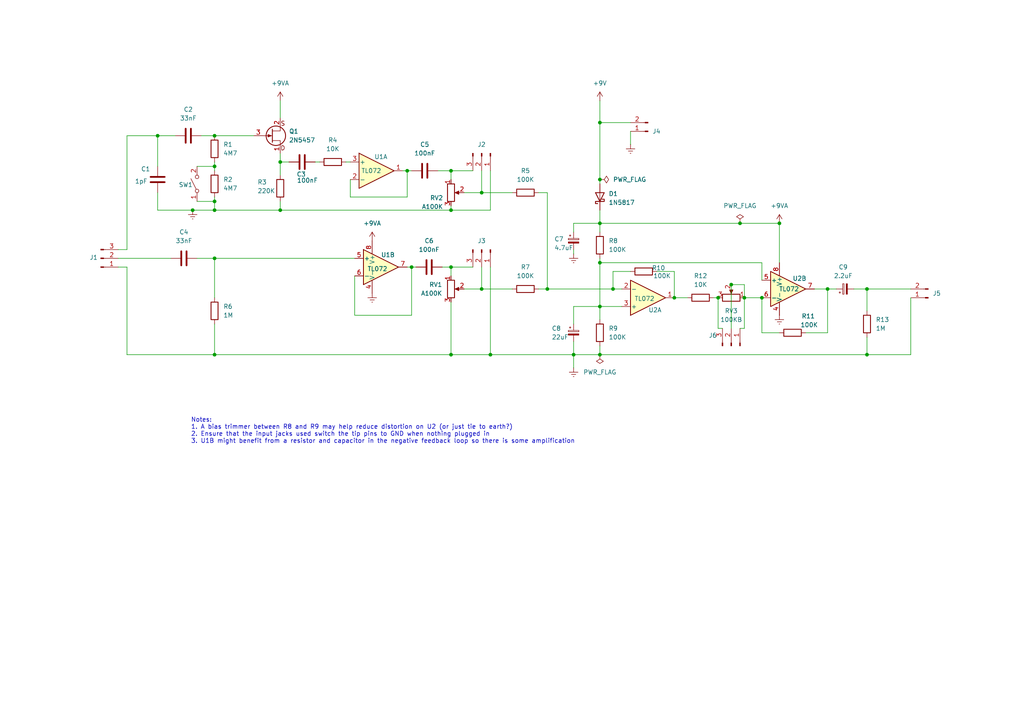
<source format=kicad_sch>
(kicad_sch (version 20250114) (generator "eeschema") (generator_version "9.0")
  (paper "A4")
  (title_block (title "GuitarMixer") (date "2025-09-08") (rev "V0.3") (company "Andrew Martin") (comment 1 "Initial build"))
  (lib_symbols
    (symbol "ACRM:2N5457" (pin_names (hide yes))
      (property "Reference" "Q" (at 5.08 1.905 0))
      (property "Value" "2N5457" (at 5.08 0 0))
      (symbol "2N5457_0_1"
        (polyline (pts (xy 0 0) (xy -1.016 0.381) (xy -1.016 -0.381) (xy 0 0)) (fill (type outline)))
        (polyline (pts (xy 0.254 1.905) (xy 0.254 -1.905)) (stroke (width 0.254)))
        (polyline (pts (xy 0.254 0) (xy -2.54 0)))
        (circle (center 1.27 0) (radius 2.8194) (stroke (width 0.254)))
        (polyline (pts (xy 2.54 2.54) (xy 2.54 1.397) (xy 0.254 1.397)))
        (polyline (pts (xy 2.54 -2.54) (xy 2.54 -1.397) (xy 0.254 -1.397)))
      )
      (symbol "2N5457_1_1"
        (text "S" (at 3.302 3.556 0) (effects (font (size 1.27 1.27))))
        (text "D" (at 3.302 -3.556 0) (effects (font (size 1.27 1.27))))
        (pin input line (at -5.08 0 0) (length 2.54) (name "G") (number "3"))
        (pin passive line (at 2.54 5.08 270) (length 2.54) (name "D") (number "2"))
        (pin passive line (at 2.54 -5.08 90) (length 2.54) (name "S") (number "1"))
      )
    )
    (symbol "Amplifier_Operational:TL072" (pin_names (offset 0.127))
      (property "Reference" "U" (at 0 5.08 0))
      (property "Value" "TL072" (at 0 -5.08 0))
      (symbol "TL072_1_1"
        (polyline (pts (xy -5.08 5.08) (xy 5.08 0) (xy -5.08 -5.08) (xy -5.08 5.08)) (stroke (width 0.254)) (fill (type background)))
        (pin input line (at -7.62 2.54 0) (length 2.54) (name "+") (number "3"))
        (pin input line (at -7.62 -2.54 0) (length 2.54) (name "-") (number "2"))
        (pin output line (at 7.62 0 180) (length 2.54) (name "~") (number "1"))
      )
      (symbol "TL072_2_1"
        (polyline (pts (xy -5.08 5.08) (xy 5.08 0) (xy -5.08 -5.08) (xy -5.08 5.08)) (stroke (width 0.254)) (fill (type background)))
        (pin input line (at -7.62 2.54 0) (length 2.54) (name "+") (number "5"))
        (pin input line (at -7.62 -2.54 0) (length 2.54) (name "-") (number "6"))
        (pin output line (at 7.62 0 180) (length 2.54) (name "~") (number "7"))
      )
      (symbol "TL072_3_1"
        (pin power_in line (at -2.54 7.62 270) (length 3.81) (name "V+") (number "8"))
        (pin power_in line (at -2.54 -7.62 90) (length 3.81) (name "V-") (number "4"))
      )
    )
    (symbol "Connector:Conn_01x02_Pin" (pin_names (offset 1.016) (hide yes))
      (property "Reference" "J" (at 0 2.54 0))
      (property "Value" "Conn_01x02_Pin" (at 0 -5.08 0))
      (symbol "Conn_01x02_Pin_1_1"
        (rectangle (start 0.8636 0.127) (end 0 -0.127) (stroke (width 0.1524)) (fill (type outline)))
        (rectangle (start 0.8636 -2.413) (end 0 -2.667) (stroke (width 0.1524)) (fill (type outline)))
        (polyline (pts (xy 1.27 0) (xy 0.8636 0)) (stroke (width 0.1524)))
        (polyline (pts (xy 1.27 -2.54) (xy 0.8636 -2.54)) (stroke (width 0.1524)))
        (pin passive line (at 5.08 0 180) (length 3.81) (name "Pin_1") (number "1"))
        (pin passive line (at 5.08 -2.54 180) (length 3.81) (name "Pin_2") (number "2"))
      )
    )
    (symbol "Connector:Conn_01x03_Pin" (pin_names (offset 1.016) (hide yes))
      (property "Reference" "J" (at 0 5.08 0))
      (property "Value" "Conn_01x03_Pin" (at 0 -5.08 0))
      (symbol "Conn_01x03_Pin_1_1"
        (rectangle (start 0.8636 2.667) (end 0 2.413) (stroke (width 0.1524)) (fill (type outline)))
        (rectangle (start 0.8636 0.127) (end 0 -0.127) (stroke (width 0.1524)) (fill (type outline)))
        (rectangle (start 0.8636 -2.413) (end 0 -2.667) (stroke (width 0.1524)) (fill (type outline)))
        (polyline (pts (xy 1.27 2.54) (xy 0.8636 2.54)) (stroke (width 0.1524)))
        (polyline (pts (xy 1.27 0) (xy 0.8636 0)) (stroke (width 0.1524)))
        (polyline (pts (xy 1.27 -2.54) (xy 0.8636 -2.54)) (stroke (width 0.1524)))
        (pin passive line (at 5.08 2.54 180) (length 3.81) (name "Pin_1") (number "1"))
        (pin passive line (at 5.08 0 180) (length 3.81) (name "Pin_2") (number "2"))
        (pin passive line (at 5.08 -2.54 180) (length 3.81) (name "Pin_3") (number "3"))
      )
    )
    (symbol "Device:C" (pin_numbers (hide yes)) (pin_names (offset 0.254))
      (property "Reference" "C" (at 0.635 2.54 0))
      (property "Value" "C" (at 0.635 -2.54 0))
      (symbol "C_0_1"
        (polyline (pts (xy -2.032 0.762) (xy 2.032 0.762)) (stroke (width 0.508)))
        (polyline (pts (xy -2.032 -0.762) (xy 2.032 -0.762)) (stroke (width 0.508)))
      )
      (symbol "C_1_1"
        (pin passive line (at 0 3.81 270) (length 2.794) (name "~") (number "1"))
        (pin passive line (at 0 -3.81 90) (length 2.794) (name "~") (number "2"))
      )
    )
    (symbol "Device:C_Polarized_Small" (pin_numbers (hide yes)) (pin_names (offset 0.254) (hide yes))
      (property "Reference" "C" (at 0.254 1.778 0))
      (property "Value" "C_Polarized_Small" (at 0.254 -2.032 0))
      (symbol "C_Polarized_Small_0_1"
        (rectangle (start -1.524 0.6858) (end 1.524 0.3048))
        (rectangle (start -1.524 -0.3048) (end 1.524 -0.6858) (fill (type outline)))
        (polyline (pts (xy -1.27 1.524) (xy -0.762 1.524)))
        (polyline (pts (xy -1.016 1.27) (xy -1.016 1.778)))
      )
      (symbol "C_Polarized_Small_1_1"
        (pin passive line (at 0 2.54 270) (length 1.8542) (name "~") (number "1"))
        (pin passive line (at 0 -2.54 90) (length 1.8542) (name "~") (number "2"))
      )
    )
    (symbol "Device:R" (pin_numbers (hide yes)) (pin_names (offset 0))
      (property "Reference" "R" (at 2.032 0 90))
      (property "Value" "R" (at 0 0 90))
      (symbol "R_0_1"
        (rectangle (start -1.016 -2.54) (end 1.016 2.54) (stroke (width 0.254)))
      )
      (symbol "R_1_1"
        (pin passive line (at 0 3.81 270) (length 1.27) (name "~") (number "1"))
        (pin passive line (at 0 -3.81 90) (length 1.27) (name "~") (number "2"))
      )
    )
    (symbol "Device:R_Potentiometer" (pin_names (offset 1.016) (hide yes))
      (property "Reference" "RV" (at -4.445 0 90))
      (property "Value" "R_Potentiometer" (at -2.54 0 90))
      (symbol "R_Potentiometer_0_1"
        (rectangle (start 1.016 2.54) (end -1.016 -2.54) (stroke (width 0.254)))
        (polyline (pts (xy 1.143 0) (xy 2.286 0.508) (xy 2.286 -0.508) (xy 1.143 0)) (fill (type outline)))
        (polyline (pts (xy 2.54 0) (xy 1.524 0)))
      )
      (symbol "R_Potentiometer_1_1"
        (pin passive line (at 0 3.81 270) (length 1.27) (name "1") (number "1"))
        (pin passive line (at 0 -3.81 90) (length 1.27) (name "3") (number "3"))
        (pin passive line (at 3.81 0 180) (length 1.27) (name "2") (number "2"))
      )
    )
    (symbol "Diode:1N5817" (pin_numbers (hide yes)) (pin_names (offset 1.016) (hide yes))
      (property "Reference" "D" (at 0 2.54 0))
      (property "Value" "1N5817" (at 0 -2.54 0))
      (symbol "1N5817_0_1"
        (polyline (pts (xy -1.905 0.635) (xy -1.905 1.27) (xy -1.27 1.27) (xy -1.27 -1.27) (xy -0.635 -1.27) (xy -0.635 -0.635)) (stroke (width 0.254)))
        (polyline (pts (xy 1.27 1.27) (xy 1.27 -1.27) (xy -1.27 0) (xy 1.27 1.27)) (stroke (width 0.254)))
        (polyline (pts (xy 1.27 0) (xy -1.27 0)))
      )
      (symbol "1N5817_1_1"
        (pin passive line (at -3.81 0 0) (length 2.54) (name "K") (number "1"))
        (pin passive line (at 3.81 0 180) (length 2.54) (name "A") (number "2"))
      )
    )
    (symbol "Switch:SW_SPST" (pin_names (offset 0) (hide yes))
      (property "Reference" "SW" (at 0 3.175 0))
      (property "Value" "SW_SPST" (at 0 -2.54 0))
      (symbol "SW_SPST_0_0"
        (circle (center -2.032 0) (radius 0.508))
        (polyline (pts (xy -1.524 0.254) (xy 1.524 1.778)))
        (circle (center 2.032 0) (radius 0.508))
      )
      (symbol "SW_SPST_1_1"
        (pin passive line (at -5.08 0 0) (length 2.54) (name "A") (number "1"))
        (pin passive line (at 5.08 0 180) (length 2.54) (name "B") (number "2"))
      )
    )
    (symbol "power:+9V" (power) (pin_numbers (hide yes)) (pin_names (offset 0) (hide yes))
      (property "Value" "+9V" (at 0 3.556 0))
      (symbol "+9V_0_1"
        (polyline (pts (xy -0.762 1.27) (xy 0 2.54)))
        (polyline (pts (xy 0 2.54) (xy 0.762 1.27)))
        (polyline (pts (xy 0 0) (xy 0 2.54)))
      )
      (symbol "+9V_1_1"
        (pin power_in line (at 0 0 90) (length 0) (name "~") (number "1"))
      )
    )
    (symbol "power:+9VA" (power) (pin_numbers (hide yes)) (pin_names (offset 0) (hide yes))
      (property "Value" "+9VA" (at 0 3.556 0))
      (symbol "+9VA_0_1"
        (polyline (pts (xy -0.762 1.27) (xy 0 2.54)))
        (polyline (pts (xy 0 2.54) (xy 0.762 1.27)))
        (polyline (pts (xy 0 0) (xy 0 2.54)))
      )
      (symbol "+9VA_1_1"
        (pin power_in line (at 0 0 90) (length 0) (name "~") (number "1"))
      )
    )
    (symbol "power:Earth" (power) (pin_numbers (hide yes)) (pin_names (offset 0) (hide yes))
      (property "Value" "Earth" (at 0 -3.81 0))
      (symbol "Earth_0_1"
        (polyline (pts (xy -0.635 -1.905) (xy 0.635 -1.905)))
        (polyline (pts (xy -0.127 -2.54) (xy 0.127 -2.54)))
        (polyline (pts (xy 0 -1.27) (xy 0 0)))
        (polyline (pts (xy 1.27 -1.27) (xy -1.27 -1.27)))
      )
      (symbol "Earth_1_1"
        (pin power_in line (at 0 0 270) (length 0) (name "~") (number "1"))
      )
    )
    (symbol "power:PWR_FLAG" (power) (pin_numbers (hide yes)) (pin_names (offset 0) (hide yes))
      (property "Value" "PWR_FLAG" (at 0 3.81 0))
      (symbol "PWR_FLAG_0_0"
        (pin power_out line (at 0 0 90) (length 0) (name "~") (number "1"))
      )
      (symbol "PWR_FLAG_0_1"
        (polyline (pts (xy 0 0) (xy 0 1.27) (xy -1.016 1.905) (xy 0 2.54) (xy 1.016 1.905) (xy 0 1.27)))
      )
    )
  )
  (text "Notes:\n1. A bias trimmer between R8 and R9 may help reduce distortion on U2 (or just tie to earth?)\n2. Ensure that the input jacks used switch the tip pins to GND when nothing plugged in\n3. U1B might benefit from a resistor and capacitor in the negative feedback loop so there is some amplification\n\n" (at 55.372 125.984 0) (effects (font (size 1.27 1.27)) (justify left)))
  (junction (at 214.63 64.77))
  (junction (at 226.06 64.77))
  (junction (at 173.99 52.07))
  (junction (at 139.7 55.88))
  (junction (at 62.23 48.26))
  (junction (at 212.09 82.55))
  (junction (at 173.99 102.87))
  (junction (at 119.38 77.47))
  (junction (at 173.99 64.77))
  (junction (at 195.58 86.36))
  (junction (at 251.46 83.82))
  (junction (at 130.81 60.96))
  (junction (at 62.23 39.37))
  (junction (at 173.99 88.9))
  (junction (at 158.75 83.82))
  (junction (at 62.23 102.87))
  (junction (at 45.72 39.37))
  (junction (at 139.7 83.82))
  (junction (at 208.28 86.36))
  (junction (at 220.98 86.36))
  (junction (at 118.11 49.53))
  (junction (at 166.37 102.87))
  (junction (at 130.81 49.53))
  (junction (at 240.03 83.82))
  (junction (at 130.81 77.47))
  (junction (at 81.28 46.99))
  (junction (at 215.9 86.36))
  (junction (at 142.24 102.87))
  (junction (at 62.23 60.96))
  (junction (at 173.99 76.2))
  (junction (at 130.81 102.87))
  (junction (at 62.23 74.93))
  (junction (at 55.88 60.96))
  (junction (at 251.46 102.87))
  (junction (at 173.99 35.56))
  (junction (at 177.8 83.82))
  (junction (at 81.28 60.96))
  (junction (at 62.23 58.42))
  (wire (pts (xy 215.9 86.36) (xy 220.98 86.36)))
  (wire (pts (xy 240.03 83.82) (xy 242.57 83.82)))
  (wire (pts (xy 190.5 78.74) (xy 195.58 78.74)))
  (wire (pts (xy 36.83 77.47) (xy 36.83 102.87)))
  (wire (pts (xy 62.23 58.42) (xy 62.23 60.96)))
  (wire (pts (xy 173.99 88.9) (xy 180.34 88.9)))
  (wire (pts (xy 166.37 102.87) (xy 173.99 102.87)))
  (wire (pts (xy 118.11 57.15) (xy 101.6 57.15)))
  (wire (pts (xy 226.06 64.77) (xy 226.06 76.2)))
  (wire (pts (xy 36.83 102.87) (xy 62.23 102.87)))
  (wire (pts (xy 220.98 86.36) (xy 220.98 96.52)))
  (wire (pts (xy 81.28 50.8) (xy 81.28 46.99)))
  (wire (pts (xy 81.28 60.96) (xy 81.28 58.42)))
  (wire (pts (xy 173.99 76.2) (xy 220.98 76.2)))
  (wire (pts (xy 158.75 55.88) (xy 158.75 83.82)))
  (wire (pts (xy 81.28 29.21) (xy 81.28 34.29)))
  (wire (pts (xy 251.46 83.82) (xy 264.16 83.82)))
  (wire (pts (xy 215.9 95.25) (xy 214.63 95.25)))
  (wire (pts (xy 62.23 93.98) (xy 62.23 102.87)))
  (wire (pts (xy 173.99 35.56) (xy 182.88 35.56)))
  (wire (pts (xy 240.03 96.52) (xy 233.68 96.52)))
  (wire (pts (xy 128.27 77.47) (xy 130.81 77.47)))
  (wire (pts (xy 158.75 83.82) (xy 177.8 83.82)))
  (wire (pts (xy 62.23 46.99) (xy 62.23 48.26)))
  (wire (pts (xy 62.23 60.96) (xy 81.28 60.96)))
  (wire (pts (xy 58.42 39.37) (xy 62.23 39.37)))
  (wire (pts (xy 34.29 77.47) (xy 36.83 77.47)))
  (wire (pts (xy 264.16 86.36) (xy 264.16 102.87)))
  (wire (pts (xy 173.99 35.56) (xy 173.99 52.07)))
  (wire (pts (xy 240.03 96.52) (xy 240.03 83.82)))
  (wire (pts (xy 127 49.53) (xy 130.81 49.53)))
  (wire (pts (xy 34.29 74.93) (xy 49.53 74.93)))
  (wire (pts (xy 57.15 48.26) (xy 62.23 48.26)))
  (wire (pts (xy 166.37 64.77) (xy 173.99 64.77)))
  (wire (pts (xy 62.23 102.87) (xy 130.81 102.87)))
  (wire (pts (xy 166.37 88.9) (xy 166.37 93.98)))
  (wire (pts (xy 208.28 95.25) (xy 209.55 95.25)))
  (wire (pts (xy 142.24 102.87) (xy 166.37 102.87)))
  (wire (pts (xy 130.81 77.47) (xy 130.81 80.01)))
  (wire (pts (xy 240.03 83.82) (xy 236.22 83.82)))
  (wire (pts (xy 130.81 49.53) (xy 130.81 52.07)))
  (wire (pts (xy 91.44 46.99) (xy 92.71 46.99)))
  (wire (pts (xy 173.99 76.2) (xy 173.99 74.93)))
  (wire (pts (xy 119.38 91.44) (xy 119.38 77.47)))
  (wire (pts (xy 173.99 102.87) (xy 251.46 102.87)))
  (wire (pts (xy 207.01 86.36) (xy 208.28 86.36)))
  (wire (pts (xy 166.37 99.06) (xy 166.37 102.87)))
  (wire (pts (xy 182.88 38.1) (xy 182.88 41.91)))
  (wire (pts (xy 62.23 86.36) (xy 62.23 74.93)))
  (wire (pts (xy 130.81 77.47) (xy 137.16 77.47)))
  (wire (pts (xy 55.88 60.96) (xy 62.23 60.96)))
  (wire (pts (xy 139.7 77.47) (xy 139.7 83.82)))
  (wire (pts (xy 173.99 88.9) (xy 173.99 92.71)))
  (wire (pts (xy 214.63 64.77) (xy 226.06 64.77)))
  (wire (pts (xy 130.81 87.63) (xy 130.81 102.87)))
  (wire (pts (xy 116.84 49.53) (xy 118.11 49.53)))
  (wire (pts (xy 62.23 57.15) (xy 62.23 58.42)))
  (wire (pts (xy 139.7 49.53) (xy 139.7 55.88)))
  (wire (pts (xy 142.24 77.47) (xy 142.24 102.87)))
  (wire (pts (xy 142.24 49.53) (xy 142.24 60.96)))
  (wire (pts (xy 220.98 76.2) (xy 220.98 81.28)))
  (wire (pts (xy 81.28 60.96) (xy 130.81 60.96)))
  (wire (pts (xy 195.58 78.74) (xy 195.58 86.36)))
  (wire (pts (xy 215.9 86.36) (xy 215.9 95.25)))
  (wire (pts (xy 208.28 86.36) (xy 208.28 95.25)))
  (wire (pts (xy 173.99 60.96) (xy 173.99 64.77)))
  (wire (pts (xy 102.87 80.01) (xy 102.87 91.44)))
  (wire (pts (xy 36.83 39.37) (xy 36.83 72.39)))
  (wire (pts (xy 62.23 74.93) (xy 102.87 74.93)))
  (wire (pts (xy 118.11 49.53) (xy 119.38 49.53)))
  (wire (pts (xy 173.99 29.21) (xy 173.99 35.56)))
  (wire (pts (xy 36.83 72.39) (xy 34.29 72.39)))
  (wire (pts (xy 134.62 83.82) (xy 139.7 83.82)))
  (wire (pts (xy 101.6 57.15) (xy 101.6 52.07)))
  (wire (pts (xy 212.09 82.55) (xy 212.09 95.25)))
  (wire (pts (xy 177.8 83.82) (xy 180.34 83.82)))
  (wire (pts (xy 166.37 102.87) (xy 166.37 106.68)))
  (wire (pts (xy 45.72 39.37) (xy 50.8 39.37)))
  (wire (pts (xy 173.99 53.34) (xy 173.99 52.07)))
  (wire (pts (xy 173.99 76.2) (xy 173.99 88.9)))
  (wire (pts (xy 166.37 88.9) (xy 173.99 88.9)))
  (wire (pts (xy 130.81 102.87) (xy 142.24 102.87)))
  (wire (pts (xy 45.72 39.37) (xy 45.72 48.26)))
  (wire (pts (xy 118.11 77.47) (xy 119.38 77.47)))
  (wire (pts (xy 212.09 82.55) (xy 215.9 82.55)))
  (wire (pts (xy 81.28 46.99) (xy 81.28 44.45)))
  (wire (pts (xy 264.16 102.87) (xy 251.46 102.87)))
  (wire (pts (xy 139.7 83.82) (xy 148.59 83.82)))
  (wire (pts (xy 173.99 64.77) (xy 214.63 64.77)))
  (wire (pts (xy 83.82 46.99) (xy 81.28 46.99)))
  (wire (pts (xy 62.23 39.37) (xy 73.66 39.37)))
  (wire (pts (xy 177.8 83.82) (xy 177.8 78.74)))
  (wire (pts (xy 130.81 49.53) (xy 137.16 49.53)))
  (wire (pts (xy 139.7 55.88) (xy 148.59 55.88)))
  (wire (pts (xy 158.75 55.88) (xy 156.21 55.88)))
  (wire (pts (xy 173.99 64.77) (xy 173.99 67.31)))
  (wire (pts (xy 166.37 67.31) (xy 166.37 64.77)))
  (wire (pts (xy 57.15 58.42) (xy 62.23 58.42)))
  (wire (pts (xy 119.38 77.47) (xy 120.65 77.47)))
  (wire (pts (xy 251.46 102.87) (xy 251.46 97.79)))
  (wire (pts (xy 118.11 49.53) (xy 118.11 57.15)))
  (wire (pts (xy 45.72 55.88) (xy 45.72 60.96)))
  (wire (pts (xy 62.23 48.26) (xy 62.23 49.53)))
  (wire (pts (xy 134.62 55.88) (xy 139.7 55.88)))
  (wire (pts (xy 247.65 83.82) (xy 251.46 83.82)))
  (wire (pts (xy 177.8 78.74) (xy 182.88 78.74)))
  (wire (pts (xy 102.87 91.44) (xy 119.38 91.44)))
  (wire (pts (xy 173.99 100.33) (xy 173.99 102.87)))
  (wire (pts (xy 166.37 72.39) (xy 166.37 73.66)))
  (wire (pts (xy 36.83 39.37) (xy 45.72 39.37)))
  (wire (pts (xy 156.21 83.82) (xy 158.75 83.82)))
  (wire (pts (xy 195.58 86.36) (xy 199.39 86.36)))
  (wire (pts (xy 220.98 96.52) (xy 226.06 96.52)))
  (wire (pts (xy 130.81 60.96) (xy 130.81 59.69)))
  (wire (pts (xy 251.46 83.82) (xy 251.46 90.17)))
  (wire (pts (xy 57.15 74.93) (xy 62.23 74.93)))
  (wire (pts (xy 100.33 46.99) (xy 101.6 46.99)))
  (wire (pts (xy 215.9 82.55) (xy 215.9 86.36)))
  (wire (pts (xy 45.72 60.96) (xy 55.88 60.96)))
  (wire (pts (xy 142.24 60.96) (xy 130.81 60.96)))
  (symbol (lib_id "power:+9VA") (at 226.06 64.77 0) (unit 1)
    (property "Reference" "#PWR06" (effects (hide yes)))
    (property "Value" "+9VA" (at 226.06 59.69 0))
    (property "Description" "Power symbol creates a global label with name \"+9VA\"" (effects (hide yes)))
  )
  (symbol (lib_id "Device:C") (at 45.72 52.07 0) (unit 1)
    (property "Reference" "C1" (at 40.894 49.022 0) (effects (justify left)))
    (property "Value" "1pF" (at 39.116 52.578 0) (effects (justify left)))
    (property "Footprint" "Capacitor_THT:C_Disc_D4.3mm_W1.9mm_P5.00mm" (effects (hide yes)))
    (property "Description" "Unpolarized capacitor" (effects (hide yes)))
  )
  (symbol (lib_id "Amplifier_Operational:TL072") (at 110.49 77.47 0) (unit 3)
    (property "Reference" "U2" (effects (hide yes)))
    (property "Value" "TL072" (effects (hide yes)))
    (property "Footprint" "Package_DIP:DIP-8_W7.62mm" (effects (hide yes)))
    (property "Datasheet" "http://www.ti.com/lit/ds/symlink/tl071.pdf" (effects (hide yes)))
    (property "Description" "Dual Low-Noise JFET-Input Operational Amplifiers, DIP-8/SOIC-8" (effects (hide yes)))
  )
  (symbol (lib_id "Amplifier_Operational:TL072") (at 187.96 86.36 0) (mirror x) (unit 1)
    (property "Reference" "U2" (at 189.992 89.916 0))
    (property "Value" "TL072" (at 186.944 86.614 0))
    (property "Footprint" "Package_DIP:DIP-8_W7.62mm" (effects (hide yes)))
    (property "Datasheet" "http://www.ti.com/lit/ds/symlink/tl071.pdf" (effects (hide yes)))
    (property "Description" "Dual Low-Noise JFET-Input Operational Amplifiers, DIP-8/SOIC-8" (effects (hide yes)))
  )
  (symbol (lib_id "Device:C") (at 53.34 74.93 90) (unit 1)
    (property "Reference" "C4" (at 53.34 67.31 90))
    (property "Value" "33nF" (at 53.34 69.85 90))
    (property "Footprint" "Capacitor_THT:C_Disc_D4.7mm_W2.5mm_P5.00mm" (effects (hide yes)))
    (property "Description" "Unpolarized capacitor" (effects (hide yes)))
  )
  (symbol (lib_id "Connector:Conn_01x02_Pin") (at 187.96 38.1 180) (unit 1)
    (property "Reference" "J4" (at 189.23 38.1001 0) (effects (justify right)))
    (property "Value" "Conn_01x02_Pin" (effects (hide yes)))
    (property "Footprint" "Connector_Molex:Molex_KK-254_AE-6410-02A_1x02_P2.54mm_Vertical" (effects (hide yes)))
    (property "Description" "Generic connector, single row, 01x02, script generated" (effects (hide yes)))
  )
  (symbol (lib_id "Device:C_Polarized_Small") (at 166.37 96.52 0) (unit 1)
    (property "Reference" "C8" (at 160.02 95.25 0) (effects (justify left)))
    (property "Value" "22uF" (at 160.02 97.79 0) (effects (justify left)))
    (property "Footprint" "Capacitor_THT:CP_Radial_D5.0mm_P2.00mm" (effects (hide yes)))
    (property "Description" "Polarized capacitor, small symbol" (effects (hide yes)))
  )
  (symbol (lib_id "Device:R") (at 96.52 46.99 90) (unit 1)
    (property "Reference" "R4" (at 96.52 40.64 90))
    (property "Value" "10K" (at 96.52 43.18 90))
    (property "Footprint" "Resistor_THT:R_Axial_DIN0207_L6.3mm_D2.5mm_P10.16mm_Horizontal" (effects (hide yes)))
    (property "Description" "Resistor" (effects (hide yes)))
  )
  (symbol (lib_id "Device:R") (at 81.28 54.61 0) (unit 1)
    (property "Reference" "R3" (at 74.676 52.832 0) (effects (justify left)))
    (property "Value" "220K" (at 74.676 55.372 0) (effects (justify left)))
    (property "Footprint" "Resistor_THT:R_Axial_DIN0207_L6.3mm_D2.5mm_P10.16mm_Horizontal" (effects (hide yes)))
    (property "Description" "Resistor" (effects (hide yes)))
  )
  (symbol (lib_id "Connector:Conn_01x03_Pin") (at 212.09 100.33 270) (mirror x) (unit 1)
    (property "Reference" "J6" (at 206.756 97.282 90))
    (property "Value" "Conn_01x03_Pin" (effects (hide yes)))
    (property "Footprint" "Connector_Molex:Molex_KK-254_AE-6410-03A_1x03_P2.54mm_Vertical" (effects (hide yes)))
    (property "Description" "Generic connector, single row, 01x03, script generated" (effects (hide yes)))
  )
  (symbol (lib_id "power:PWR_FLAG") (at 214.63 64.77 0) (unit 1)
    (property "Reference" "#FLG03" (effects (hide yes)))
    (property "Value" "PWR_FLAG" (at 214.63 59.69 0))
    (property "Description" "Special symbol for telling ERC where power comes from" (effects (hide yes)))
  )
  (symbol (lib_id "Device:C_Polarized_Small") (at 245.11 83.82 90) (unit 1)
    (property "Reference" "C9" (at 244.5639 77.47 90))
    (property "Value" "2.2uF" (at 244.5639 80.01 90))
    (property "Footprint" "Capacitor_THT:CP_Radial_D5.0mm_P2.00mm" (effects (hide yes)))
    (property "Description" "Polarized capacitor, small symbol" (effects (hide yes)))
  )
  (symbol (lib_id "Device:C") (at 123.19 49.53 90) (unit 1)
    (property "Reference" "C5" (at 123.19 41.91 90))
    (property "Value" "100nF" (at 123.19 44.45 90))
    (property "Footprint" "Capacitor_THT:C_Rect_L7.0mm_W3.5mm_P5.00mm" (effects (hide yes)))
    (property "Description" "Unpolarized capacitor" (effects (hide yes)))
  )
  (symbol (lib_id "power:Earth") (at 107.95 85.09 0) (unit 1)
    (property "Reference" "#PWR04" (effects (hide yes)))
    (property "Value" "Earth" (effects (hide yes)))
    (property "Description" "Power symbol creates a global label with name \"Earth\"" (effects (hide yes)))
  )
  (symbol (lib_id "Device:R") (at 152.4 83.82 90) (unit 1)
    (property "Reference" "R7" (at 152.4 77.47 90))
    (property "Value" "100K" (at 152.4 80.01 90))
    (property "Footprint" "Resistor_THT:R_Axial_DIN0207_L6.3mm_D2.5mm_P10.16mm_Horizontal" (effects (hide yes)))
    (property "Description" "Resistor" (effects (hide yes)))
  )
  (symbol (lib_id "Device:R") (at 203.2 86.36 270) (unit 1)
    (property "Reference" "R12" (at 203.2 80.01 90))
    (property "Value" "10K" (at 203.2 82.55 90))
    (property "Footprint" "Resistor_THT:R_Axial_DIN0207_L6.3mm_D2.5mm_P10.16mm_Horizontal" (effects (hide yes)))
    (property "Description" "Resistor" (effects (hide yes)))
  )
  (symbol (lib_id "power:Earth") (at 226.06 91.44 0) (unit 1)
    (property "Reference" "#PWR03" (effects (hide yes)))
    (property "Value" "Earth" (effects (hide yes)))
    (property "Description" "Power symbol creates a global label with name \"Earth\"" (effects (hide yes)))
  )
  (symbol (lib_id "power:Earth") (at 166.37 73.66 0) (unit 1)
    (property "Reference" "#PWR01" (effects (hide yes)))
    (property "Value" "Earth" (effects (hide yes)))
    (property "Description" "Power symbol creates a global label with name \"Earth\"" (effects (hide yes)))
  )
  (symbol (lib_id "Device:R") (at 62.23 90.17 0) (unit 1)
    (property "Reference" "R6" (at 64.77 88.8999 0) (effects (justify left)))
    (property "Value" "1M" (at 64.77 91.4399 0) (effects (justify left)))
    (property "Footprint" "Resistor_THT:R_Axial_DIN0207_L6.3mm_D2.5mm_P10.16mm_Horizontal" (effects (hide yes)))
    (property "Description" "Resistor" (effects (hide yes)))
  )
  (symbol (lib_id "Device:R") (at 173.99 96.52 180) (unit 1)
    (property "Reference" "R9" (at 176.53 95.2499 0) (effects (justify right)))
    (property "Value" "100K" (at 176.53 97.7899 0) (effects (justify right)))
    (property "Footprint" "Resistor_THT:R_Axial_DIN0207_L6.3mm_D2.5mm_P10.16mm_Horizontal" (effects (hide yes)))
    (property "Description" "Resistor" (effects (hide yes)))
  )
  (symbol (lib_id "power:+9V") (at 173.99 29.21 0) (unit 1)
    (property "Reference" "#PWR05" (effects (hide yes)))
    (property "Value" "+9V" (at 173.99 24.13 0))
    (property "Description" "Power symbol creates a global label with name \"+9V\"" (effects (hide yes)))
  )
  (symbol (lib_id "Diode:1N5817") (at 173.99 57.15 90) (unit 1)
    (property "Reference" "D1" (at 176.53 56.1974 90) (effects (justify right)))
    (property "Value" "1N5817" (at 176.53 58.7374 90) (effects (justify right)))
    (property "Footprint" "Diode_THT:D_DO-41_SOD81_P10.16mm_Horizontal" (effects (hide yes)))
    (property "Datasheet" "http://www.vishay.com/docs/88525/1n5817.pdf" (effects (hide yes)))
    (property "Description" "20V 1A Schottky Barrier Rectifier Diode, DO-41" (effects (hide yes)))
  )
  (symbol (lib_id "power:PWR_FLAG") (at 173.99 52.07 270) (unit 1)
    (property "Reference" "#FLG01" (effects (hide yes)))
    (property "Value" "PWR_FLAG" (at 177.8 52.0699 90) (effects (justify left)))
    (property "Description" "Special symbol for telling ERC where power comes from" (effects (hide yes)))
  )
  (symbol (lib_id "power:PWR_FLAG") (at 173.99 102.87 180) (unit 1)
    (property "Reference" "#FLG02" (effects (hide yes)))
    (property "Value" "PWR_FLAG" (at 173.99 107.95 0))
    (property "Description" "Special symbol for telling ERC where power comes from" (effects (hide yes)))
  )
  (symbol (lib_id "Device:R") (at 152.4 55.88 90) (unit 1)
    (property "Reference" "R5" (at 152.4 49.53 90))
    (property "Value" "100K" (at 152.4 52.07 90))
    (property "Footprint" "Resistor_THT:R_Axial_DIN0207_L6.3mm_D2.5mm_P10.16mm_Horizontal" (effects (hide yes)))
    (property "Description" "Resistor" (effects (hide yes)))
  )
  (symbol (lib_id "Device:R") (at 62.23 53.34 0) (unit 1)
    (property "Reference" "R2" (at 64.77 52.0699 0) (effects (justify left)))
    (property "Value" "4M7" (at 64.77 54.6099 0) (effects (justify left)))
    (property "Footprint" "Resistor_THT:R_Axial_DIN0207_L6.3mm_D2.5mm_P10.16mm_Horizontal" (effects (hide yes)))
    (property "Description" "Resistor" (effects (hide yes)))
  )
  (symbol (lib_id "Connector:Conn_01x02_Pin") (at 269.24 86.36 180) (unit 1)
    (property "Reference" "J5" (at 270.51 85.0901 0) (effects (justify right)))
    (property "Value" "Conn_01x02_Pin" (effects (hide yes)))
    (property "Footprint" "Connector_Molex:Molex_KK-254_AE-6410-02A_1x02_P2.54mm_Vertical" (effects (hide yes)))
    (property "Description" "Generic connector, single row, 01x02, script generated" (effects (hide yes)))
  )
  (symbol (lib_id "Device:R") (at 229.87 96.52 90) (unit 1)
    (property "Reference" "R11" (at 234.442 91.694 90))
    (property "Value" "100K" (at 234.696 94.234 90))
    (property "Footprint" "Resistor_THT:R_Axial_DIN0207_L6.3mm_D2.5mm_P10.16mm_Horizontal" (effects (hide yes)))
    (property "Description" "Resistor" (effects (hide yes)))
  )
  (symbol (lib_id "power:Earth") (at 182.88 41.91 0) (unit 1)
    (property "Reference" "#PWR08" (effects (hide yes)))
    (property "Value" "Earth" (effects (hide yes)))
    (property "Description" "Power symbol creates a global label with name \"Earth\"" (effects (hide yes)))
  )
  (symbol (lib_id "Device:C_Polarized_Small") (at 166.37 69.85 0) (unit 1)
    (property "Reference" "C7" (at 160.782 69.342 0) (effects (justify left)))
    (property "Value" "4.7uF" (at 160.782 71.882 0) (effects (justify left)))
    (property "Footprint" "Capacitor_THT:CP_Radial_D5.0mm_P2.00mm" (effects (hide yes)))
    (property "Description" "Polarized capacitor, small symbol" (effects (hide yes)))
  )
  (symbol (lib_id "Connector:Conn_01x03_Pin") (at 139.7 44.45 270) (unit 1)
    (property "Reference" "J2" (at 139.7 41.91 90))
    (property "Value" "Conn_01x03_Pin" (effects (hide yes)))
    (property "Footprint" "Connector_Molex:Molex_KK-254_AE-6410-03A_1x03_P2.54mm_Vertical" (effects (hide yes)))
    (property "Description" "Generic connector, single row, 01x03, script generated" (effects (hide yes)))
  )
  (symbol (lib_id "Device:C") (at 124.46 77.47 90) (unit 1)
    (property "Reference" "C6" (at 124.46 69.85 90))
    (property "Value" "100nF" (at 124.46 72.39 90))
    (property "Footprint" "Capacitor_THT:C_Rect_L7.0mm_W3.5mm_P5.00mm" (effects (hide yes)))
    (property "Description" "Unpolarized capacitor" (effects (hide yes)))
  )
  (symbol (lib_id "power:Earth") (at 55.88 60.96 0) (unit 1)
    (property "Reference" "#PWR09" (effects (hide yes)))
    (property "Value" "Earth" (effects (hide yes)))
    (property "Description" "Power symbol creates a global label with name \"Earth\"" (effects (hide yes)))
  )
  (symbol (lib_id "Device:C") (at 54.61 39.37 90) (unit 1)
    (property "Reference" "C2" (at 54.61 31.75 90))
    (property "Value" "33nF" (at 54.61 34.29 90))
    (property "Footprint" "Capacitor_THT:C_Disc_D4.7mm_W2.5mm_P5.00mm" (effects (hide yes)))
    (property "Description" "Unpolarized capacitor" (effects (hide yes)))
  )
  (symbol (lib_id "Amplifier_Operational:TL072") (at 109.22 49.53 0) (unit 1)
    (property "Reference" "U1" (at 110.49 45.466 0))
    (property "Value" "TL072" (at 107.696 49.53 0))
    (property "Footprint" "Package_DIP:DIP-8_W7.62mm" (effects (hide yes)))
    (property "Datasheet" "http://www.ti.com/lit/ds/symlink/tl071.pdf" (effects (hide yes)))
    (property "Description" "Dual Low-Noise JFET-Input Operational Amplifiers, DIP-8/SOIC-8" (effects (hide yes)))
  )
  (symbol (lib_id "power:+9VA") (at 81.28 29.21 0) (unit 1)
    (property "Reference" "#PWR010" (effects (hide yes)))
    (property "Value" "+9VA" (at 81.28 24.13 0))
    (property "Description" "Power symbol creates a global label with name \"+9VA\"" (effects (hide yes)))
  )
  (symbol (lib_id "Amplifier_Operational:TL072") (at 110.49 77.47 0) (unit 2)
    (property "Reference" "U1" (at 112.522 73.914 0))
    (property "Value" "TL072" (at 109.474 77.978 0))
    (property "Footprint" "Package_DIP:DIP-8_W7.62mm" (effects (hide yes)))
    (property "Datasheet" "http://www.ti.com/lit/ds/symlink/tl071.pdf" (effects (hide yes)))
    (property "Description" "Dual Low-Noise JFET-Input Operational Amplifiers, DIP-8/SOIC-8" (effects (hide yes)))
  )
  (symbol (lib_id "Device:R") (at 251.46 93.98 180) (unit 1)
    (property "Reference" "R13" (at 254 92.7099 0) (effects (justify right)))
    (property "Value" "1M" (at 254 95.2499 0) (effects (justify right)))
    (property "Footprint" "Resistor_THT:R_Axial_DIN0207_L6.3mm_D2.5mm_P10.16mm_Horizontal" (effects (hide yes)))
    (property "Description" "Resistor" (effects (hide yes)))
  )
  (symbol (lib_id "Device:R_Potentiometer") (at 130.81 83.82 0) (unit 1) (on_board no)
    (property "Reference" "RV1" (at 128.27 82.5499 0) (effects (justify right)))
    (property "Value" "A100K" (at 128.27 85.0899 0) (effects (justify right)))
    (property "Description" "Potentiometer" (effects (hide yes)))
  )
  (symbol (lib_id "Amplifier_Operational:TL072") (at 228.6 83.82 0) (unit 3)
    (property "Reference" "U1" (effects (hide yes)))
    (property "Value" "TL072" (effects (hide yes)))
    (property "Footprint" "Package_DIP:DIP-8_W7.62mm" (effects (hide yes)))
    (property "Datasheet" "http://www.ti.com/lit/ds/symlink/tl071.pdf" (effects (hide yes)))
    (property "Description" "Dual Low-Noise JFET-Input Operational Amplifiers, DIP-8/SOIC-8" (effects (hide yes)))
  )
  (symbol (lib_id "Switch:SW_SPST") (at 57.15 53.34 90) (unit 1)
    (property "Reference" "SW1" (at 51.816 53.594 90) (effects (justify right)))
    (property "Value" "SW_SPST" (effects (hide yes)))
    (property "Footprint" "ACRM:SPDT_SlideSwitch" (effects (hide yes)))
    (property "Description" "Single Pole Single Throw (SPST) switch" (effects (hide yes)))
  )
  (symbol (lib_id "Device:C") (at 87.63 46.99 90) (unit 1)
    (property "Reference" "C3" (at 87.376 50.546 90))
    (property "Value" "100nF" (at 89.154 52.324 90))
    (property "Footprint" "Capacitor_THT:C_Rect_L7.0mm_W3.5mm_P5.00mm" (effects (hide yes)))
    (property "Description" "Unpolarized capacitor" (effects (hide yes)))
  )
  (symbol (lib_id "power:Earth") (at 166.37 106.68 0) (unit 1)
    (property "Reference" "#PWR02" (effects (hide yes)))
    (property "Value" "Earth" (effects (hide yes)))
    (property "Description" "Power symbol creates a global label with name \"Earth\"" (effects (hide yes)))
  )
  (symbol (lib_id "ACRM:2N5457") (at 78.74 39.37 0) (unit 1)
    (property "Reference" "Q1" (at 83.82 38.0999 0) (effects (justify left)))
    (property "Value" "2N5457" (at 83.82 40.6399 0) (effects (justify left)))
    (property "Footprint" "Package_TO_SOT_THT:TO-92_HandSolder" (effects (hide yes)))
    (property "Description" "N-Channel JFET, TO-92" (effects (hide yes)))
  )
  (symbol (lib_id "Amplifier_Operational:TL072") (at 228.6 83.82 0) (unit 2)
    (property "Reference" "U2" (at 231.902 80.772 0))
    (property "Value" "TL072" (at 228.854 83.82 0))
    (property "Footprint" "Package_DIP:DIP-8_W7.62mm" (effects (hide yes)))
    (property "Datasheet" "http://www.ti.com/lit/ds/symlink/tl071.pdf" (effects (hide yes)))
    (property "Description" "Dual Low-Noise JFET-Input Operational Amplifiers, DIP-8/SOIC-8" (effects (hide yes)))
  )
  (symbol (lib_id "Device:R_Potentiometer") (at 212.09 86.36 270) (mirror x) (unit 1) (on_board no)
    (property "Reference" "RV3" (at 212.09 90.17 90))
    (property "Value" "100KB" (at 212.09 92.71 90))
    (property "Description" "Potentiometer" (effects (hide yes)))
  )
  (symbol (lib_id "power:+9VA") (at 107.95 69.85 0) (unit 1)
    (property "Reference" "#PWR07" (effects (hide yes)))
    (property "Value" "+9VA" (at 107.95 64.77 0))
    (property "Description" "Power symbol creates a global label with name \"+9VA\"" (effects (hide yes)))
  )
  (symbol (lib_id "Connector:Conn_01x03_Pin") (at 29.21 74.93 0) (mirror x) (unit 1)
    (property "Reference" "J1" (at 27.178 74.676 0))
    (property "Value" "Conn_01x03_Pin" (effects (hide yes)))
    (property "Footprint" "Connector_Molex:Molex_KK-254_AE-6410-03A_1x03_P2.54mm_Vertical" (effects (hide yes)))
    (property "Description" "Generic connector, single row, 01x03, script generated" (effects (hide yes)))
  )
  (symbol (lib_id "Device:R") (at 186.69 78.74 90) (unit 1)
    (property "Reference" "R10" (at 191.008 77.724 90))
    (property "Value" "100K" (at 192.024 80.01 90))
    (property "Footprint" "Resistor_THT:R_Axial_DIN0207_L6.3mm_D2.5mm_P10.16mm_Horizontal" (effects (hide yes)))
    (property "Description" "Resistor" (effects (hide yes)))
  )
  (symbol (lib_id "Device:R") (at 62.23 43.18 0) (unit 1)
    (property "Reference" "R1" (at 64.77 41.9099 0) (effects (justify left)))
    (property "Value" "4M7" (at 64.77 44.4499 0) (effects (justify left)))
    (property "Footprint" "Resistor_THT:R_Axial_DIN0207_L6.3mm_D2.5mm_P10.16mm_Horizontal" (effects (hide yes)))
    (property "Description" "Resistor" (effects (hide yes)))
  )
  (symbol (lib_id "Device:R") (at 173.99 71.12 180) (unit 1)
    (property "Reference" "R8" (at 176.53 69.8499 0) (effects (justify right)))
    (property "Value" "100K" (at 176.53 72.3899 0) (effects (justify right)))
    (property "Footprint" "Resistor_THT:R_Axial_DIN0207_L6.3mm_D2.5mm_P10.16mm_Horizontal" (effects (hide yes)))
    (property "Description" "Resistor" (effects (hide yes)))
  )
  (symbol (lib_id "Connector:Conn_01x03_Pin") (at 139.7 72.39 270) (unit 1)
    (property "Reference" "J3" (at 139.7 69.85 90))
    (property "Value" "Conn_01x03_Pin" (effects (hide yes)))
    (property "Footprint" "Connector_Molex:Molex_KK-254_AE-6410-03A_1x03_P2.54mm_Vertical" (effects (hide yes)))
    (property "Description" "Generic connector, single row, 01x03, script generated" (effects (hide yes)))
  )
  (symbol (lib_id "Device:R_Potentiometer") (at 130.81 55.88 0) (unit 1) (on_board no)
    (property "Reference" "RV2" (at 128.524 57.404 0) (effects (justify right)))
    (property "Value" "A100K" (at 128.524 59.944 0) (effects (justify right)))
    (property "Description" "Potentiometer" (effects (hide yes)))
  )
)
</source>
